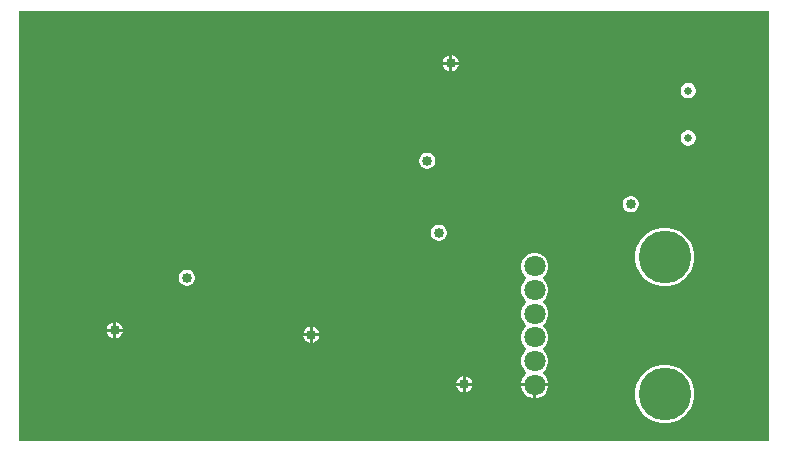
<source format=gbr>
%TF.GenerationSoftware,Altium Limited,Altium Designer,24.10.1 (45)*%
G04 Layer_Physical_Order=2*
G04 Layer_Color=16711680*
%FSLAX45Y45*%
%MOMM*%
%TF.SameCoordinates,9AD70181-00FA-4A01-9188-FD1DF1966971*%
%TF.FilePolarity,Positive*%
%TF.FileFunction,Copper,L2,Bot,Signal*%
%TF.Part,Single*%
G01*
G75*
%TA.AperFunction,ComponentPad*%
%ADD24C,0.65000*%
%ADD25C,4.45500*%
%ADD26C,1.80000*%
%TA.AperFunction,ViaPad*%
%ADD27C,0.85000*%
G36*
X14884399Y7213600D02*
X8534400D01*
Y10858500D01*
X14884399D01*
Y7213600D01*
D02*
G37*
%LPC*%
G36*
X12204700Y10480892D02*
Y10426700D01*
X12258892D01*
X12255273Y10440208D01*
X12246334Y10455692D01*
X12233692Y10468334D01*
X12218208Y10477273D01*
X12204700Y10480892D01*
D02*
G37*
G36*
X12179300D02*
X12165792Y10477273D01*
X12150308Y10468334D01*
X12137666Y10455692D01*
X12128727Y10440208D01*
X12125108Y10426700D01*
X12179300D01*
Y10480892D01*
D02*
G37*
G36*
X12258892Y10401300D02*
X12204700D01*
Y10347108D01*
X12218208Y10350727D01*
X12233692Y10359666D01*
X12246334Y10372308D01*
X12255273Y10387792D01*
X12258892Y10401300D01*
D02*
G37*
G36*
X12179300D02*
X12125108D01*
X12128727Y10387792D01*
X12137666Y10372308D01*
X12150308Y10359666D01*
X12165792Y10350727D01*
X12179300Y10347108D01*
Y10401300D01*
D02*
G37*
G36*
X14211858Y10247300D02*
X14194743D01*
X14178210Y10242870D01*
X14163390Y10234313D01*
X14151286Y10222211D01*
X14142731Y10207389D01*
X14138300Y10190858D01*
Y10173743D01*
X14142731Y10157211D01*
X14151286Y10142389D01*
X14163390Y10130287D01*
X14178210Y10121730D01*
X14194743Y10117300D01*
X14211858D01*
X14228389Y10121730D01*
X14243211Y10130287D01*
X14255313Y10142389D01*
X14263870Y10157211D01*
X14268300Y10173743D01*
Y10190858D01*
X14263870Y10207389D01*
X14255313Y10222211D01*
X14243211Y10234313D01*
X14228389Y10242870D01*
X14211858Y10247300D01*
D02*
G37*
G36*
Y9847300D02*
X14194743D01*
X14178210Y9842870D01*
X14163390Y9834313D01*
X14151286Y9822211D01*
X14142731Y9807389D01*
X14138300Y9790857D01*
Y9773742D01*
X14142731Y9757211D01*
X14151286Y9742389D01*
X14163390Y9730287D01*
X14178210Y9721730D01*
X14194743Y9717300D01*
X14211858D01*
X14228389Y9721730D01*
X14243211Y9730287D01*
X14255313Y9742389D01*
X14263870Y9757211D01*
X14268300Y9773742D01*
Y9790857D01*
X14263870Y9807389D01*
X14255313Y9822211D01*
X14243211Y9834313D01*
X14228389Y9842870D01*
X14211858Y9847300D01*
D02*
G37*
G36*
X12002207Y9656314D02*
X11984328D01*
X11967059Y9651687D01*
X11951576Y9642747D01*
X11938934Y9630105D01*
X11929994Y9614622D01*
X11925367Y9597353D01*
Y9579474D01*
X11929994Y9562205D01*
X11938934Y9546722D01*
X11951576Y9534080D01*
X11967059Y9525141D01*
X11984328Y9520514D01*
X12002207D01*
X12019476Y9525141D01*
X12034959Y9534080D01*
X12047601Y9546722D01*
X12056540Y9562205D01*
X12061167Y9579474D01*
Y9597353D01*
X12056540Y9614622D01*
X12047601Y9630105D01*
X12034959Y9642747D01*
X12019476Y9651687D01*
X12002207Y9656314D01*
D02*
G37*
G36*
X13724939Y9288100D02*
X13707060D01*
X13689792Y9283473D01*
X13674307Y9274534D01*
X13661665Y9261892D01*
X13652727Y9246408D01*
X13648100Y9229139D01*
Y9211261D01*
X13652727Y9193992D01*
X13661665Y9178508D01*
X13674307Y9165866D01*
X13689792Y9156927D01*
X13707060Y9152300D01*
X13724939D01*
X13742207Y9156927D01*
X13757692Y9165866D01*
X13770334Y9178508D01*
X13779272Y9193992D01*
X13783900Y9211261D01*
Y9229139D01*
X13779272Y9246408D01*
X13770334Y9261892D01*
X13757692Y9274534D01*
X13742207Y9283473D01*
X13724939Y9288100D01*
D02*
G37*
G36*
X12099339Y9046800D02*
X12081461D01*
X12064192Y9042173D01*
X12048708Y9033234D01*
X12036066Y9020592D01*
X12027127Y9005108D01*
X12022500Y8987839D01*
Y8969961D01*
X12027127Y8952692D01*
X12036066Y8937208D01*
X12048708Y8924566D01*
X12064192Y8915627D01*
X12081461Y8911000D01*
X12099339D01*
X12116608Y8915627D01*
X12132092Y8924566D01*
X12144734Y8937208D01*
X12153673Y8952692D01*
X12158300Y8969961D01*
Y8987839D01*
X12153673Y9005108D01*
X12144734Y9020592D01*
X12132092Y9033234D01*
X12116608Y9042173D01*
X12099339Y9046800D01*
D02*
G37*
G36*
X9965739Y8665800D02*
X9947861D01*
X9930592Y8661173D01*
X9915108Y8652234D01*
X9902466Y8639592D01*
X9893527Y8624108D01*
X9888900Y8606839D01*
Y8588961D01*
X9893527Y8571692D01*
X9902466Y8556208D01*
X9915108Y8543566D01*
X9930592Y8534627D01*
X9947861Y8530000D01*
X9965739D01*
X9983008Y8534627D01*
X9998492Y8543566D01*
X10011134Y8556208D01*
X10020073Y8571692D01*
X10024700Y8588961D01*
Y8606839D01*
X10020073Y8624108D01*
X10011134Y8639592D01*
X9998492Y8652234D01*
X9983008Y8661173D01*
X9965739Y8665800D01*
D02*
G37*
G36*
X14027641Y9021250D02*
X13978758D01*
X13930817Y9011714D01*
X13885657Y8993008D01*
X13845013Y8965850D01*
X13810451Y8931286D01*
X13783292Y8890643D01*
X13764586Y8845483D01*
X13755051Y8797541D01*
Y8748659D01*
X13764586Y8700717D01*
X13783292Y8655557D01*
X13810451Y8614914D01*
X13845013Y8580350D01*
X13885657Y8553192D01*
X13930817Y8534486D01*
X13978758Y8524950D01*
X14027641D01*
X14075583Y8534486D01*
X14120743Y8553192D01*
X14161386Y8580350D01*
X14195950Y8614914D01*
X14223108Y8655557D01*
X14241814Y8700717D01*
X14251350Y8748659D01*
Y8797541D01*
X14241814Y8845483D01*
X14223108Y8890643D01*
X14195950Y8931286D01*
X14161386Y8965850D01*
X14120743Y8993008D01*
X14075583Y9011714D01*
X14027641Y9021250D01*
D02*
G37*
G36*
X9359900Y8220292D02*
Y8166100D01*
X9414092D01*
X9410473Y8179608D01*
X9401534Y8195092D01*
X9388892Y8207734D01*
X9373408Y8216673D01*
X9359900Y8220292D01*
D02*
G37*
G36*
X9334500D02*
X9320992Y8216673D01*
X9305508Y8207734D01*
X9292866Y8195092D01*
X9283927Y8179608D01*
X9280308Y8166100D01*
X9334500D01*
Y8220292D01*
D02*
G37*
G36*
X11023600Y8182192D02*
Y8128000D01*
X11077792D01*
X11074173Y8141508D01*
X11065234Y8156992D01*
X11052592Y8169634D01*
X11037108Y8178573D01*
X11023600Y8182192D01*
D02*
G37*
G36*
X10998200D02*
X10984692Y8178573D01*
X10969208Y8169634D01*
X10956566Y8156992D01*
X10947627Y8141508D01*
X10944008Y8128000D01*
X10998200D01*
Y8182192D01*
D02*
G37*
G36*
X9414092Y8140700D02*
X9359900D01*
Y8086508D01*
X9373408Y8090127D01*
X9388892Y8099066D01*
X9401534Y8111708D01*
X9410473Y8127192D01*
X9414092Y8140700D01*
D02*
G37*
G36*
X9334500D02*
X9280308D01*
X9283927Y8127192D01*
X9292866Y8111708D01*
X9305508Y8099066D01*
X9320992Y8090127D01*
X9334500Y8086508D01*
Y8140700D01*
D02*
G37*
G36*
X11077792Y8102600D02*
X11023600D01*
Y8048408D01*
X11037108Y8052027D01*
X11052592Y8060966D01*
X11065234Y8073608D01*
X11074173Y8089092D01*
X11077792Y8102600D01*
D02*
G37*
G36*
X10998200D02*
X10944008D01*
X10947627Y8089092D01*
X10956566Y8073608D01*
X10969208Y8060966D01*
X10984692Y8052027D01*
X10998200Y8048408D01*
Y8102600D01*
D02*
G37*
G36*
X12319000Y7763092D02*
Y7708900D01*
X12373192D01*
X12369573Y7722408D01*
X12360634Y7737892D01*
X12347992Y7750534D01*
X12332508Y7759473D01*
X12319000Y7763092D01*
D02*
G37*
G36*
X12293600D02*
X12280092Y7759473D01*
X12264608Y7750534D01*
X12251966Y7737892D01*
X12243027Y7722408D01*
X12239408Y7708900D01*
X12293600D01*
Y7763092D01*
D02*
G37*
G36*
X12918393Y8808500D02*
X12888007D01*
X12858656Y8800636D01*
X12832343Y8785443D01*
X12810857Y8763957D01*
X12795665Y8737643D01*
X12787800Y8708293D01*
Y8677907D01*
X12795665Y8648558D01*
X12810857Y8622243D01*
X12823457Y8609643D01*
X12829530Y8593100D01*
X12823457Y8576558D01*
X12810857Y8563957D01*
X12795665Y8537643D01*
X12787800Y8508293D01*
Y8477907D01*
X12795665Y8448557D01*
X12810857Y8422243D01*
X12823457Y8409643D01*
X12829530Y8393100D01*
X12823457Y8376558D01*
X12810857Y8363957D01*
X12795665Y8337643D01*
X12787800Y8308293D01*
Y8277907D01*
X12795665Y8248557D01*
X12810857Y8222243D01*
X12823457Y8209642D01*
X12829530Y8193100D01*
X12823457Y8176558D01*
X12810857Y8163957D01*
X12795665Y8137643D01*
X12787800Y8108293D01*
Y8077907D01*
X12795665Y8048557D01*
X12810857Y8022243D01*
X12823457Y8009643D01*
X12829530Y7993100D01*
X12823457Y7976558D01*
X12810857Y7963957D01*
X12795665Y7937643D01*
X12787800Y7908293D01*
Y7877907D01*
X12795665Y7848557D01*
X12810857Y7822243D01*
X12823457Y7809642D01*
X12829530Y7793100D01*
X12823457Y7776558D01*
X12810857Y7763957D01*
X12795665Y7737643D01*
X12787800Y7708293D01*
Y7705800D01*
X12903200D01*
X13018600D01*
Y7708293D01*
X13010735Y7737643D01*
X12995543Y7763957D01*
X12982942Y7776558D01*
X12976869Y7793100D01*
X12982942Y7809642D01*
X12995543Y7822243D01*
X13010735Y7848557D01*
X13018600Y7877907D01*
Y7908293D01*
X13010735Y7937643D01*
X12995543Y7963957D01*
X12982942Y7976558D01*
X12976869Y7993100D01*
X12982942Y8009643D01*
X12995543Y8022243D01*
X13010735Y8048557D01*
X13018600Y8077907D01*
Y8108293D01*
X13010735Y8137643D01*
X12995543Y8163957D01*
X12982942Y8176558D01*
X12976869Y8193100D01*
X12982942Y8209642D01*
X12995543Y8222243D01*
X13010735Y8248557D01*
X13018600Y8277907D01*
Y8308293D01*
X13010735Y8337643D01*
X12995543Y8363957D01*
X12982942Y8376558D01*
X12976869Y8393100D01*
X12982942Y8409643D01*
X12995543Y8422243D01*
X13010735Y8448557D01*
X13018600Y8477907D01*
Y8508293D01*
X13010735Y8537643D01*
X12995543Y8563957D01*
X12982942Y8576558D01*
X12976869Y8593100D01*
X12982942Y8609643D01*
X12995543Y8622243D01*
X13010735Y8648558D01*
X13018600Y8677907D01*
Y8708293D01*
X13010735Y8737643D01*
X12995543Y8763957D01*
X12974057Y8785443D01*
X12947743Y8800636D01*
X12918393Y8808500D01*
D02*
G37*
G36*
X12373192Y7683500D02*
X12319000D01*
Y7629308D01*
X12332508Y7632927D01*
X12347992Y7641866D01*
X12360634Y7654508D01*
X12369573Y7669992D01*
X12373192Y7683500D01*
D02*
G37*
G36*
X12293600D02*
X12239408D01*
X12243027Y7669992D01*
X12251966Y7654508D01*
X12264608Y7641866D01*
X12280092Y7632927D01*
X12293600Y7629308D01*
Y7683500D01*
D02*
G37*
G36*
X13018600Y7680400D02*
X12915900D01*
Y7577700D01*
X12918393D01*
X12947743Y7585565D01*
X12974057Y7600757D01*
X12995543Y7622243D01*
X13010735Y7648557D01*
X13018600Y7677907D01*
Y7680400D01*
D02*
G37*
G36*
X12890500D02*
X12787800D01*
Y7677907D01*
X12795665Y7648557D01*
X12810857Y7622243D01*
X12832343Y7600757D01*
X12858656Y7585565D01*
X12888007Y7577700D01*
X12890500D01*
Y7680400D01*
D02*
G37*
G36*
X14027641Y7861250D02*
X13978758D01*
X13930817Y7851714D01*
X13885657Y7833008D01*
X13845013Y7805851D01*
X13810451Y7771286D01*
X13783292Y7730643D01*
X13764586Y7685483D01*
X13755051Y7637541D01*
Y7588659D01*
X13764586Y7540717D01*
X13783292Y7495557D01*
X13810451Y7454914D01*
X13845013Y7420350D01*
X13885657Y7393192D01*
X13930817Y7374486D01*
X13978758Y7364950D01*
X14027641D01*
X14075583Y7374486D01*
X14120743Y7393192D01*
X14161386Y7420350D01*
X14195950Y7454914D01*
X14223108Y7495557D01*
X14241814Y7540717D01*
X14251350Y7588659D01*
Y7637541D01*
X14241814Y7685483D01*
X14223108Y7730643D01*
X14195950Y7771286D01*
X14161386Y7805851D01*
X14120743Y7833008D01*
X14075583Y7851714D01*
X14027641Y7861250D01*
D02*
G37*
%LPD*%
D24*
X14203300Y10182300D02*
D03*
Y9782300D02*
D03*
D25*
X14003200Y7613100D02*
D03*
Y8773100D02*
D03*
D26*
X12903200Y7893100D02*
D03*
Y8093100D02*
D03*
Y8293100D02*
D03*
Y7693100D02*
D03*
Y8693100D02*
D03*
Y8493100D02*
D03*
D27*
X11993267Y9588414D02*
D03*
X13716000Y9220200D02*
D03*
X12090400Y8978900D02*
D03*
X9956800Y8597900D02*
D03*
X12192000Y10414000D02*
D03*
X11010900Y8115300D02*
D03*
X12306300Y7696200D02*
D03*
X9347200Y8153400D02*
D03*
%TF.MD5,7c3e44836eb2891071b2e10ce861caa7*%
M02*

</source>
